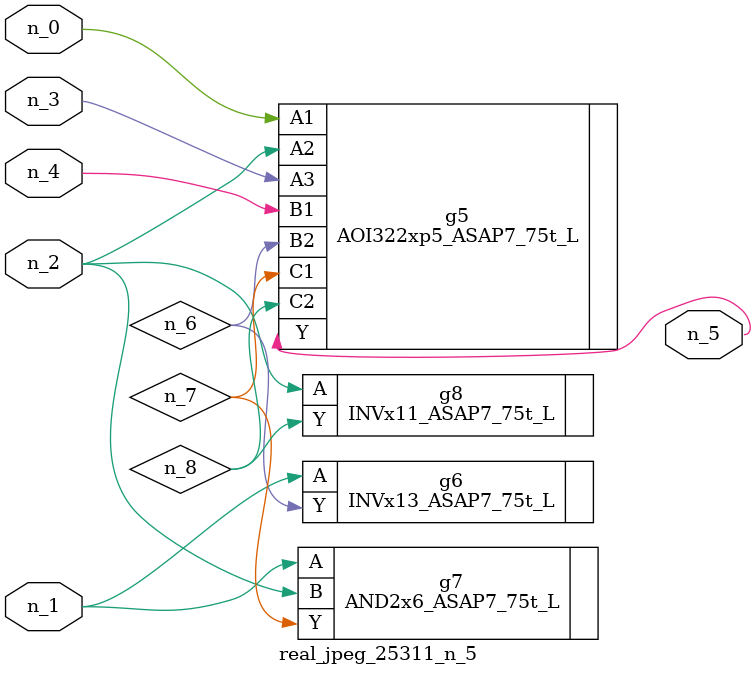
<source format=v>
module real_jpeg_25311_n_5 (n_4, n_0, n_1, n_2, n_3, n_5);

input n_4;
input n_0;
input n_1;
input n_2;
input n_3;

output n_5;

wire n_8;
wire n_6;
wire n_7;

AOI322xp5_ASAP7_75t_L g5 ( 
.A1(n_0),
.A2(n_2),
.A3(n_3),
.B1(n_4),
.B2(n_6),
.C1(n_7),
.C2(n_8),
.Y(n_5)
);

INVx13_ASAP7_75t_L g6 ( 
.A(n_1),
.Y(n_6)
);

AND2x6_ASAP7_75t_L g7 ( 
.A(n_1),
.B(n_2),
.Y(n_7)
);

INVx11_ASAP7_75t_L g8 ( 
.A(n_2),
.Y(n_8)
);


endmodule
</source>
